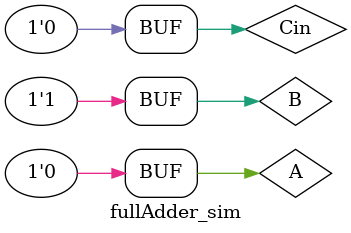
<source format=v>
`timescale 1ns / 1ps


module fullAdder_sim(

    );
    
    reg A;
    reg B;
    reg Cin;
    
    wire Sum;
    wire Carry;
    
    full_adder UUT(
    .A(A),
    .B(B),
    .Cin(Cin),
    .Sum(Sum),
    .Carry(Carry)
    );
    
    initial begin
        A = 0; 
        B = 0;
        Cin = 0;
        #10  // 0 0 0
        A = 1;
        #10  // 1 0 0
        B = 1;
        #10  // 1 1 0
        Cin = 1;
        #10  // 1 1 1
        A = 0;
        #10  // 0 1 1
        B = 0;
        #10  // 0 0 1
        A = 1; 
        #10 // 1 0 1
        A = 0;
        Cin = 0;
        B = 1; 
            // 0 1 0
     end
        
endmodule

</source>
